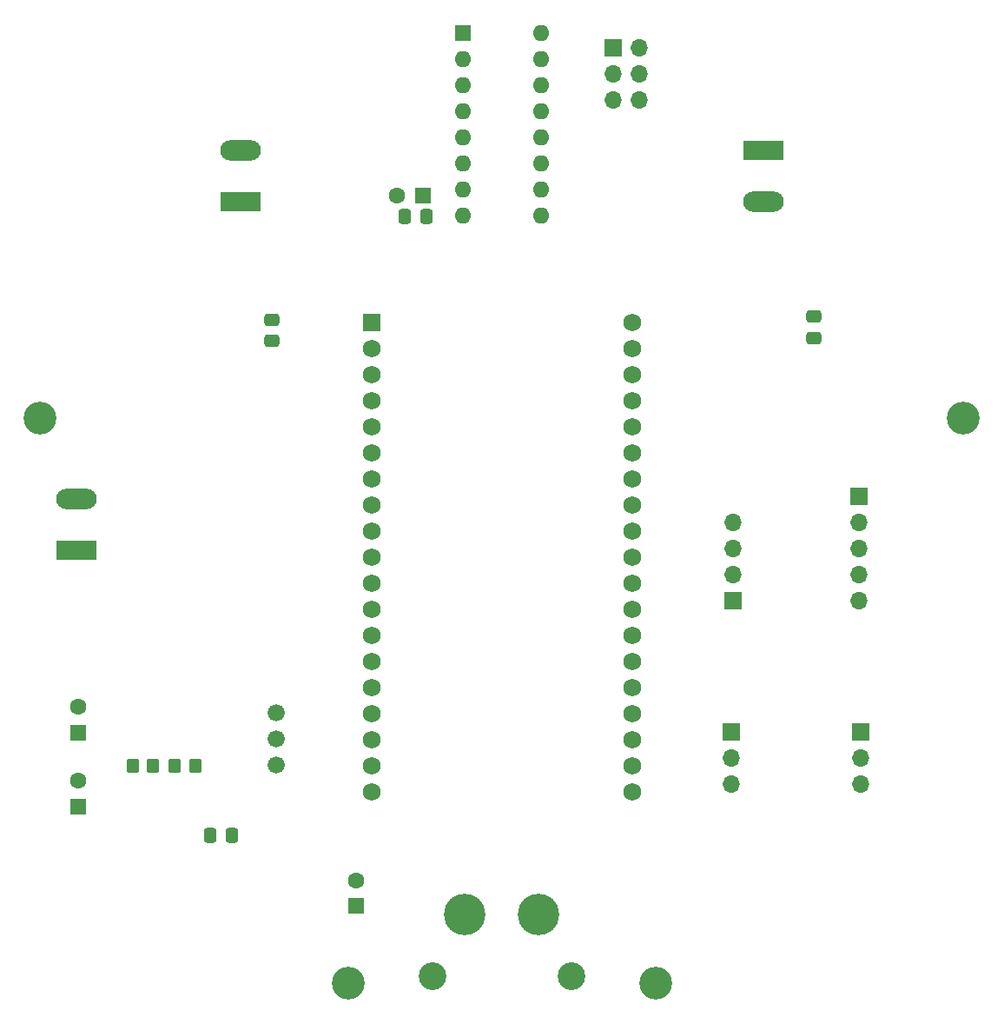
<source format=gbs>
G04 #@! TF.GenerationSoftware,KiCad,Pcbnew,(7.0.0)*
G04 #@! TF.CreationDate,2023-09-27T17:19:24+02:00*
G04 #@! TF.ProjectId,Rover_1,526f7665-725f-4312-9e6b-696361645f70,rev?*
G04 #@! TF.SameCoordinates,Original*
G04 #@! TF.FileFunction,Soldermask,Bot*
G04 #@! TF.FilePolarity,Negative*
%FSLAX46Y46*%
G04 Gerber Fmt 4.6, Leading zero omitted, Abs format (unit mm)*
G04 Created by KiCad (PCBNEW (7.0.0)) date 2023-09-27 17:19:24*
%MOMM*%
%LPD*%
G01*
G04 APERTURE LIST*
G04 Aperture macros list*
%AMRoundRect*
0 Rectangle with rounded corners*
0 $1 Rounding radius*
0 $2 $3 $4 $5 $6 $7 $8 $9 X,Y pos of 4 corners*
0 Add a 4 corners polygon primitive as box body*
4,1,4,$2,$3,$4,$5,$6,$7,$8,$9,$2,$3,0*
0 Add four circle primitives for the rounded corners*
1,1,$1+$1,$2,$3*
1,1,$1+$1,$4,$5*
1,1,$1+$1,$6,$7*
1,1,$1+$1,$8,$9*
0 Add four rect primitives between the rounded corners*
20,1,$1+$1,$2,$3,$4,$5,0*
20,1,$1+$1,$4,$5,$6,$7,0*
20,1,$1+$1,$6,$7,$8,$9,0*
20,1,$1+$1,$8,$9,$2,$3,0*%
G04 Aperture macros list end*
%ADD10R,1.700000X1.700000*%
%ADD11O,1.700000X1.700000*%
%ADD12R,1.600000X1.600000*%
%ADD13C,1.600000*%
%ADD14R,3.960000X1.980000*%
%ADD15O,3.960000X1.980000*%
%ADD16C,3.200000*%
%ADD17C,1.676400*%
%ADD18RoundRect,0.102000X-0.765000X-0.765000X0.765000X-0.765000X0.765000X0.765000X-0.765000X0.765000X0*%
%ADD19C,1.734000*%
%ADD20O,1.600000X1.600000*%
%ADD21C,4.050000*%
%ADD22C,2.700000*%
%ADD23RoundRect,0.250000X-0.350000X-0.450000X0.350000X-0.450000X0.350000X0.450000X-0.350000X0.450000X0*%
%ADD24RoundRect,0.250000X-0.337500X-0.475000X0.337500X-0.475000X0.337500X0.475000X-0.337500X0.475000X0*%
%ADD25RoundRect,0.250000X0.475000X-0.337500X0.475000X0.337500X-0.475000X0.337500X-0.475000X-0.337500X0*%
%ADD26RoundRect,0.250000X0.337500X0.475000X-0.337500X0.475000X-0.337500X-0.475000X0.337500X-0.475000X0*%
G04 APERTURE END LIST*
D10*
X167399999Y-130504999D03*
D11*
X167399999Y-133044999D03*
X167399999Y-135584999D03*
D12*
X103699999Y-130582378D03*
D13*
X103700000Y-128082379D03*
D14*
X170499999Y-73894999D03*
D15*
X170499999Y-78894999D03*
D16*
X190000000Y-100000000D03*
D12*
X137299999Y-78299999D03*
D13*
X134800000Y-78300000D03*
D17*
X123000000Y-133756000D03*
X123000000Y-131216000D03*
X123000000Y-128676000D03*
D16*
X100000000Y-100000000D03*
D10*
X179999999Y-130504999D03*
D11*
X179999999Y-133044999D03*
X179999999Y-135584999D03*
D14*
X103499999Y-112864999D03*
D15*
X103499999Y-107864999D03*
D10*
X167499999Y-117739999D03*
D11*
X167499999Y-115199999D03*
X167499999Y-112659999D03*
X167499999Y-110119999D03*
D18*
X132300000Y-90650000D03*
D19*
X132300000Y-93190000D03*
X132300000Y-95730000D03*
X132300000Y-98270000D03*
X132300000Y-100810000D03*
X132300000Y-103350000D03*
X132300000Y-105890000D03*
X132300000Y-108430000D03*
X132300000Y-110970000D03*
X132300000Y-113510000D03*
X132300000Y-116050000D03*
X132300000Y-118590000D03*
X132300000Y-121130000D03*
X132300000Y-123670000D03*
X132300000Y-126210000D03*
X132300000Y-128750000D03*
X132300000Y-131290000D03*
X132300000Y-133830000D03*
X132300000Y-136370000D03*
X157700000Y-136370000D03*
X157700000Y-133830000D03*
X157700000Y-131290000D03*
X157700000Y-128750000D03*
X157700000Y-126210000D03*
X157700000Y-123670000D03*
X157700000Y-121130000D03*
X157700000Y-118590000D03*
X157700000Y-116050000D03*
X157700000Y-113510000D03*
X157700000Y-110970000D03*
X157700000Y-108430000D03*
X157700000Y-105890000D03*
X157700000Y-103350000D03*
X157700000Y-100810000D03*
X157700000Y-98270000D03*
X157700000Y-95730000D03*
X157700000Y-93190000D03*
X157700000Y-90650000D03*
D14*
X119499999Y-78894999D03*
D15*
X119499999Y-73894999D03*
D16*
X130000000Y-155000000D03*
D12*
X141199999Y-62424999D03*
D20*
X141199999Y-64964999D03*
X141199999Y-67504999D03*
X141199999Y-70044999D03*
X141199999Y-72584999D03*
X141199999Y-75124999D03*
X141199999Y-77664999D03*
X141199999Y-80204999D03*
X148819999Y-80204999D03*
X148819999Y-77664999D03*
X148819999Y-75124999D03*
X148819999Y-72584999D03*
X148819999Y-70044999D03*
X148819999Y-67504999D03*
X148819999Y-64964999D03*
X148819999Y-62424999D03*
D10*
X179799999Y-107579999D03*
D11*
X179799999Y-110119999D03*
X179799999Y-112659999D03*
X179799999Y-115199999D03*
X179799999Y-117739999D03*
D12*
X103699999Y-137782378D03*
D13*
X103700000Y-135282379D03*
D10*
X155859999Y-63919999D03*
D11*
X158399999Y-63919999D03*
X155859999Y-66459999D03*
X158399999Y-66459999D03*
X155859999Y-68999999D03*
X158399999Y-68999999D03*
D12*
X130799999Y-147499999D03*
D13*
X130800000Y-145000000D03*
D21*
X148600000Y-148300000D03*
X141400000Y-148300000D03*
D22*
X138250000Y-154300000D03*
X151750000Y-154300000D03*
D16*
X160000000Y-155000000D03*
D23*
X109000000Y-133800000D03*
X111000000Y-133800000D03*
D24*
X116562500Y-140600000D03*
X118637500Y-140600000D03*
D25*
X175400000Y-92137500D03*
X175400000Y-90062500D03*
X122600000Y-92437500D03*
X122600000Y-90362500D03*
D23*
X113100000Y-133800000D03*
X115100000Y-133800000D03*
D26*
X137637500Y-80300000D03*
X135562500Y-80300000D03*
M02*

</source>
